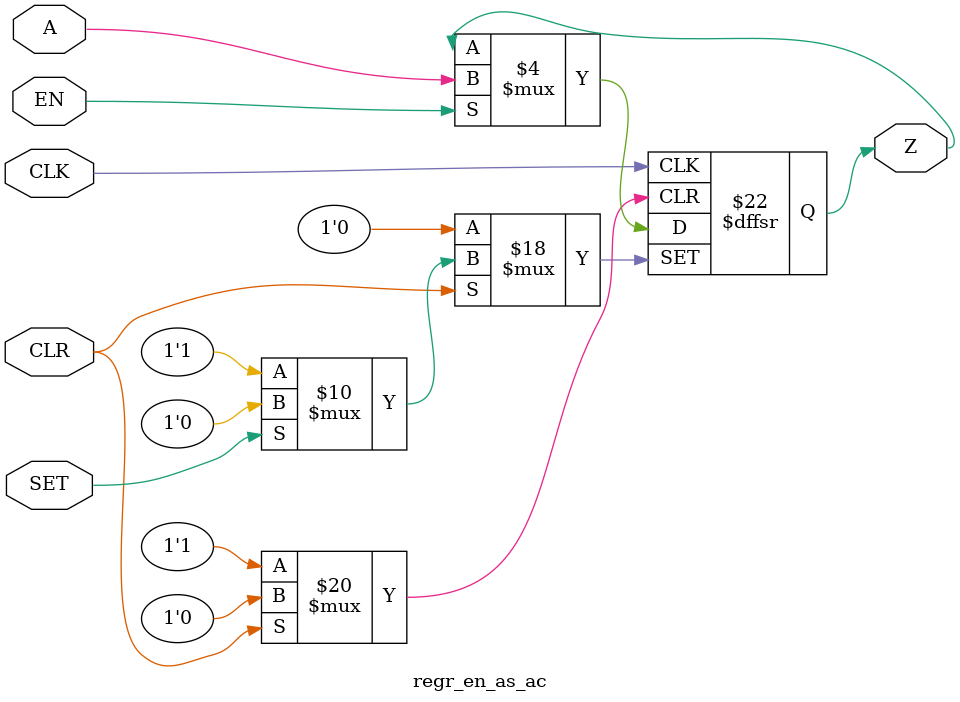
<source format=v>
module regr_en_as_ac(
	input  A,   
	input EN,   
	input CLR,   
	input SET,   
	input CLK,   
	output reg Z
);
   always @(posedge CLK or negedge CLR or negedge SET) begin
      if (!CLR) Z <= 1'B0;
      else if (!SET) Z <= 1'B1;
      else if (EN) Z <= (A);
   end
endmodule
</source>
